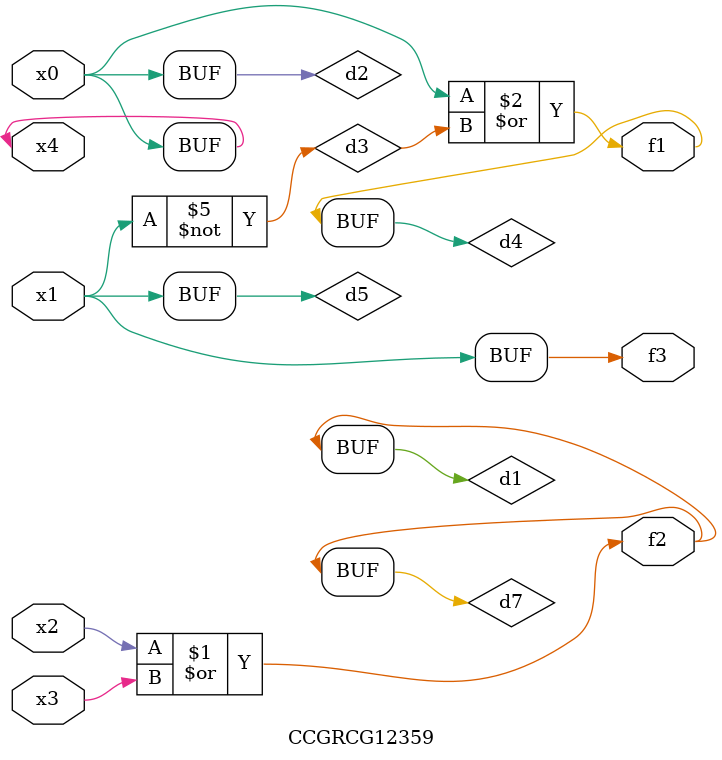
<source format=v>
module CCGRCG12359(
	input x0, x1, x2, x3, x4,
	output f1, f2, f3
);

	wire d1, d2, d3, d4, d5, d6, d7;

	or (d1, x2, x3);
	buf (d2, x0, x4);
	not (d3, x1);
	or (d4, d2, d3);
	not (d5, d3);
	nand (d6, d1, d3);
	or (d7, d1);
	assign f1 = d4;
	assign f2 = d7;
	assign f3 = d5;
endmodule

</source>
